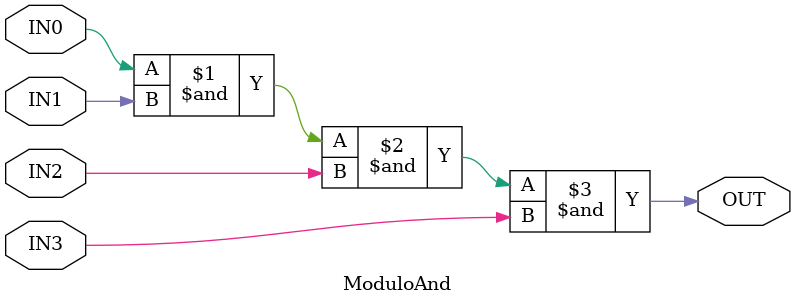
<source format=v>
`timescale 1ns / 1ps
module ModuloAnd(
   input IN0,
	input IN1,
	input IN2,
	input IN3,
	output OUT);
	
	assign OUT = IN0 & IN1 & IN2 & IN3;
	
endmodule

</source>
